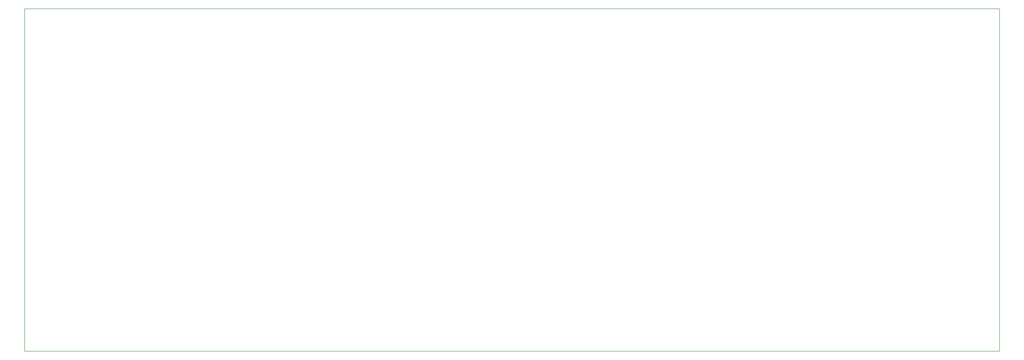
<source format=gbr>
G04 #@! TF.GenerationSoftware,KiCad,Pcbnew,8.0.5*
G04 #@! TF.CreationDate,2024-10-27T22:32:11+11:00*
G04 #@! TF.ProjectId,keyboard,6b657962-6f61-4726-942e-6b696361645f,rev?*
G04 #@! TF.SameCoordinates,Original*
G04 #@! TF.FileFunction,Profile,NP*
%FSLAX46Y46*%
G04 Gerber Fmt 4.6, Leading zero omitted, Abs format (unit mm)*
G04 Created by KiCad (PCBNEW 8.0.5) date 2024-10-27 22:32:11*
%MOMM*%
%LPD*%
G01*
G04 APERTURE LIST*
G04 #@! TA.AperFunction,Profile*
%ADD10C,0.200000*%
G04 #@! TD*
G04 APERTURE END LIST*
D10*
X18750001Y-150450000D02*
X18750001Y-150450000D01*
X18750001Y-150450000D01*
X18750001Y-150450000D01*
X18750001Y-150450000D01*
X18750001Y-150450000D01*
X18750001Y-150450001D01*
X18750001Y-150450001D01*
X18750001Y-150450001D01*
X18750001Y-150450001D01*
X18750001Y-150450001D01*
X18750001Y-150450001D01*
X18750001Y-150450001D01*
X18750000Y-150450001D01*
X18750000Y-150450001D01*
X18750000Y-150450001D01*
X18750000Y-150450001D01*
X18750000Y-150450001D01*
X18750000Y-150450001D01*
X18750000Y-150450001D01*
X18750000Y-150450001D01*
X18750000Y-150450001D01*
X18750000Y-150450001D01*
X18750000Y-150450001D01*
X18750000Y-150450001D01*
X18749999Y-150450001D01*
X18749999Y-150450001D01*
X18749999Y-150450001D01*
X18749999Y-150450001D01*
X18749999Y-150450001D01*
X18749999Y-150450001D01*
X18749999Y-150450000D01*
X18749999Y-150450000D01*
X18749999Y-150450000D01*
X18749999Y-150450000D01*
X18749999Y-150450000D01*
X18749999Y-150450000D01*
X18749999Y-150450000D02*
X18749999Y-150450000D01*
X18749999Y-150450000D01*
X18749999Y-150450000D01*
X18749999Y-150450000D01*
X18749999Y-150450000D01*
X18749999Y-150450000D01*
X18749999Y-150449999D01*
X18749999Y-150449999D01*
X18749999Y-150449999D01*
X18749999Y-150449999D01*
X18749999Y-150449999D01*
X18750000Y-150449999D01*
X18750000Y-150449999D01*
X18750000Y-150449999D01*
X18750000Y-150449999D01*
X18750000Y-150449999D01*
X18750000Y-150449999D01*
X18750000Y-150449999D01*
X18750000Y-150449999D01*
X18750000Y-150449999D01*
X18750000Y-150449999D01*
X18750000Y-150449999D01*
X18750000Y-150449999D01*
X18750001Y-150449999D01*
X18750001Y-150449999D01*
X18750001Y-150449999D01*
X18750001Y-150449999D01*
X18750001Y-150449999D01*
X18750001Y-150449999D01*
X18750001Y-150450000D01*
X18750001Y-150450000D01*
X18750001Y-150450000D01*
X18750001Y-150450000D01*
X18750001Y-150450000D01*
X18750001Y-150450000D01*
X18750001Y-150450000D01*
X18750001Y-18625000D02*
X18750001Y-18625000D01*
X18750001Y-18625000D01*
X18750001Y-18625000D01*
X18750001Y-18625000D01*
X18750001Y-18625000D01*
X18750001Y-18625001D01*
X18750001Y-18625001D01*
X18750001Y-18625001D01*
X18750001Y-18625001D01*
X18750001Y-18625001D01*
X18750001Y-18625001D01*
X18750001Y-18625001D01*
X18750000Y-18625001D01*
X18750000Y-18625001D01*
X18750000Y-18625001D01*
X18750000Y-18625001D01*
X18750000Y-18625001D01*
X18750000Y-18625001D01*
X18750000Y-18625001D01*
X18750000Y-18625001D01*
X18750000Y-18625001D01*
X18750000Y-18625001D01*
X18750000Y-18625001D01*
X18750000Y-18625001D01*
X18749999Y-18625001D01*
X18749999Y-18625001D01*
X18749999Y-18625001D01*
X18749999Y-18625001D01*
X18749999Y-18625001D01*
X18749999Y-18625001D01*
X18749999Y-18625000D01*
X18749999Y-18625000D01*
X18749999Y-18625000D01*
X18749999Y-18625000D01*
X18749999Y-18625000D01*
X18749999Y-18625000D01*
X18749999Y-18625000D02*
X18749999Y-18625000D01*
X18749999Y-18625000D01*
X18749999Y-18625000D01*
X18749999Y-18625000D01*
X18749999Y-18625000D01*
X18749999Y-18625000D01*
X18749999Y-18624999D01*
X18749999Y-18624999D01*
X18749999Y-18624999D01*
X18749999Y-18624999D01*
X18749999Y-18624999D01*
X18750000Y-18624999D01*
X18750000Y-18624999D01*
X18750000Y-18624999D01*
X18750000Y-18624999D01*
X18750000Y-18624999D01*
X18750000Y-18624999D01*
X18750000Y-18624999D01*
X18750000Y-18624999D01*
X18750000Y-18624999D01*
X18750000Y-18624999D01*
X18750000Y-18624999D01*
X18750000Y-18624999D01*
X18750001Y-18624999D01*
X18750001Y-18624999D01*
X18750001Y-18624999D01*
X18750001Y-18624999D01*
X18750001Y-18624999D01*
X18750001Y-18624999D01*
X18750001Y-18625000D01*
X18750001Y-18625000D01*
X18750001Y-18625000D01*
X18750001Y-18625000D01*
X18750001Y-18625000D01*
X18750001Y-18625000D01*
X18750001Y-18625000D01*
X393462501Y-150450000D02*
X393462501Y-150450000D01*
X393462501Y-150450000D01*
X393462501Y-150450000D01*
X393462501Y-150450000D01*
X393462501Y-150450000D01*
X393462501Y-150450001D01*
X393462501Y-150450001D01*
X393462501Y-150450001D01*
X393462501Y-150450001D01*
X393462501Y-150450001D01*
X393462501Y-150450001D01*
X393462501Y-150450001D01*
X393462500Y-150450001D01*
X393462500Y-150450001D01*
X393462500Y-150450001D01*
X393462500Y-150450001D01*
X393462500Y-150450001D01*
X393462500Y-150450001D01*
X393462500Y-150450001D01*
X393462500Y-150450001D01*
X393462500Y-150450001D01*
X393462500Y-150450001D01*
X393462500Y-150450001D01*
X393462500Y-150450001D01*
X393462499Y-150450001D01*
X393462499Y-150450001D01*
X393462499Y-150450001D01*
X393462499Y-150450001D01*
X393462499Y-150450001D01*
X393462499Y-150450001D01*
X393462499Y-150450000D01*
X393462499Y-150450000D01*
X393462499Y-150450000D01*
X393462499Y-150450000D01*
X393462499Y-150450000D01*
X393462499Y-150450000D01*
X393462499Y-150450000D02*
X393462499Y-150450000D01*
X393462499Y-150450000D01*
X393462499Y-150450000D01*
X393462499Y-150450000D01*
X393462499Y-150450000D01*
X393462499Y-150450000D01*
X393462499Y-150449999D01*
X393462499Y-150449999D01*
X393462499Y-150449999D01*
X393462499Y-150449999D01*
X393462499Y-150449999D01*
X393462500Y-150449999D01*
X393462500Y-150449999D01*
X393462500Y-150449999D01*
X393462500Y-150449999D01*
X393462500Y-150449999D01*
X393462500Y-150449999D01*
X393462500Y-150449999D01*
X393462500Y-150449999D01*
X393462500Y-150449999D01*
X393462500Y-150449999D01*
X393462500Y-150449999D01*
X393462500Y-150449999D01*
X393462501Y-150449999D01*
X393462501Y-150449999D01*
X393462501Y-150449999D01*
X393462501Y-150449999D01*
X393462501Y-150449999D01*
X393462501Y-150449999D01*
X393462501Y-150450000D01*
X393462501Y-150450000D01*
X393462501Y-150450000D01*
X393462501Y-150450000D01*
X393462501Y-150450000D01*
X393462501Y-150450000D01*
X393462501Y-150450000D01*
X393462501Y-18625000D02*
X393462501Y-18625000D01*
X393462501Y-18625000D01*
X393462501Y-18625000D01*
X393462501Y-18625000D01*
X393462501Y-18625000D01*
X393462501Y-18625001D01*
X393462501Y-18625001D01*
X393462501Y-18625001D01*
X393462501Y-18625001D01*
X393462501Y-18625001D01*
X393462501Y-18625001D01*
X393462501Y-18625001D01*
X393462500Y-18625001D01*
X393462500Y-18625001D01*
X393462500Y-18625001D01*
X393462500Y-18625001D01*
X393462500Y-18625001D01*
X393462500Y-18625001D01*
X393462500Y-18625001D01*
X393462500Y-18625001D01*
X393462500Y-18625001D01*
X393462500Y-18625001D01*
X393462500Y-18625001D01*
X393462500Y-18625001D01*
X393462499Y-18625001D01*
X393462499Y-18625001D01*
X393462499Y-18625001D01*
X393462499Y-18625001D01*
X393462499Y-18625001D01*
X393462499Y-18625001D01*
X393462499Y-18625000D01*
X393462499Y-18625000D01*
X393462499Y-18625000D01*
X393462499Y-18625000D01*
X393462499Y-18625000D01*
X393462499Y-18625000D01*
X393462499Y-18625000D02*
X393462499Y-18625000D01*
X393462499Y-18625000D01*
X393462499Y-18625000D01*
X393462499Y-18625000D01*
X393462499Y-18625000D01*
X393462499Y-18625000D01*
X393462499Y-18624999D01*
X393462499Y-18624999D01*
X393462499Y-18624999D01*
X393462499Y-18624999D01*
X393462499Y-18624999D01*
X393462500Y-18624999D01*
X393462500Y-18624999D01*
X393462500Y-18624999D01*
X393462500Y-18624999D01*
X393462500Y-18624999D01*
X393462500Y-18624999D01*
X393462500Y-18624999D01*
X393462500Y-18624999D01*
X393462500Y-18624999D01*
X393462500Y-18624999D01*
X393462500Y-18624999D01*
X393462500Y-18624999D01*
X393462501Y-18624999D01*
X393462501Y-18624999D01*
X393462501Y-18624999D01*
X393462501Y-18624999D01*
X393462501Y-18624999D01*
X393462501Y-18624999D01*
X393462501Y-18625000D01*
X393462501Y-18625000D01*
X393462501Y-18625000D01*
X393462501Y-18625000D01*
X393462501Y-18625000D01*
X393462501Y-18625000D01*
X393462501Y-18625000D01*
X393462500Y-18625000D02*
X393462500Y-150450000D01*
X18750000Y-18625000D02*
X393462500Y-18625000D01*
X393462500Y-150450000D02*
X18750000Y-150450000D01*
X18750000Y-150450000D02*
X18750000Y-18625000D01*
M02*

</source>
